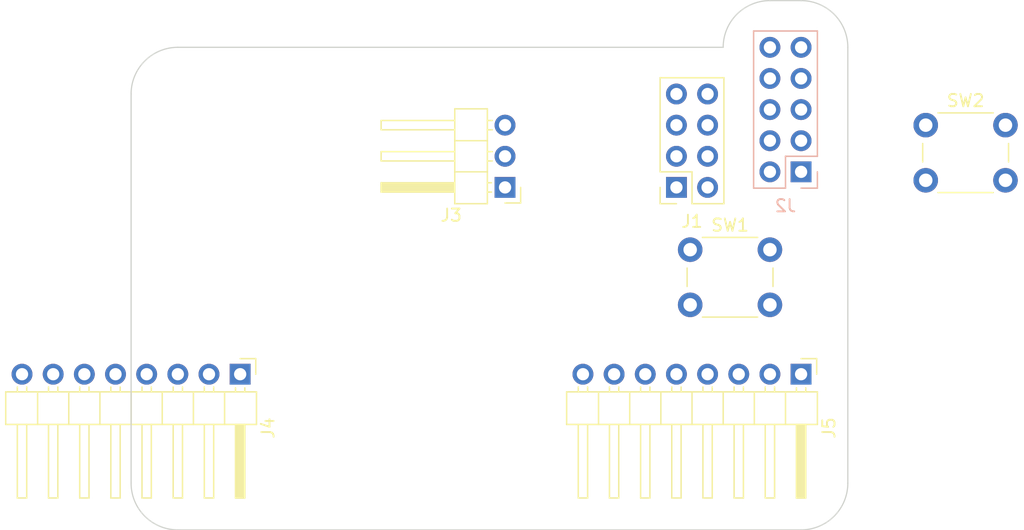
<source format=kicad_pcb>
(kicad_pcb (version 20171130) (host pcbnew 5.0.2+dfsg1-1)

  (general
    (thickness 1.6)
    (drawings 10)
    (tracks 0)
    (zones 0)
    (modules 7)
    (nets 14)
  )

  (page A4)
  (layers
    (0 F.Cu signal)
    (31 B.Cu signal)
    (32 B.Adhes user)
    (33 F.Adhes user)
    (34 B.Paste user)
    (35 F.Paste user)
    (36 B.SilkS user)
    (37 F.SilkS user)
    (38 B.Mask user)
    (39 F.Mask user)
    (40 Dwgs.User user)
    (41 Cmts.User user)
    (42 Eco1.User user)
    (43 Eco2.User user)
    (44 Edge.Cuts user)
    (45 Margin user)
    (46 B.CrtYd user)
    (47 F.CrtYd user)
    (48 B.Fab user hide)
    (49 F.Fab user hide)
  )

  (setup
    (last_trace_width 0.25)
    (trace_clearance 0.2)
    (zone_clearance 0.508)
    (zone_45_only no)
    (trace_min 0.2)
    (segment_width 0.2)
    (edge_width 0.1)
    (via_size 0.8)
    (via_drill 0.4)
    (via_min_size 0.4)
    (via_min_drill 0.3)
    (uvia_size 0.3)
    (uvia_drill 0.1)
    (uvias_allowed no)
    (uvia_min_size 0.2)
    (uvia_min_drill 0.1)
    (pcb_text_width 0.3)
    (pcb_text_size 1.5 1.5)
    (mod_edge_width 0.15)
    (mod_text_size 1 1)
    (mod_text_width 0.15)
    (pad_size 1.5 1.5)
    (pad_drill 0.6)
    (pad_to_mask_clearance 0)
    (aux_axis_origin 0 0)
    (visible_elements FFFFFF7F)
    (pcbplotparams
      (layerselection 0x010fc_ffffffff)
      (usegerberextensions false)
      (usegerberattributes false)
      (usegerberadvancedattributes false)
      (creategerberjobfile false)
      (excludeedgelayer true)
      (linewidth 0.100000)
      (plotframeref false)
      (viasonmask false)
      (mode 1)
      (useauxorigin false)
      (hpglpennumber 1)
      (hpglpenspeed 20)
      (hpglpendiameter 15.000000)
      (psnegative false)
      (psa4output false)
      (plotreference true)
      (plotvalue true)
      (plotinvisibletext false)
      (padsonsilk false)
      (subtractmaskfromsilk false)
      (outputformat 1)
      (mirror false)
      (drillshape 1)
      (scaleselection 1)
      (outputdirectory ""))
  )

  (net 0 "")
  (net 1 GND)
  (net 2 ESP_TX)
  (net 3 LED_OUT)
  (net 4 3V3)
  (net 5 BOOT_MODE)
  (net 6 RESET)
  (net 7 ESP_RX)
  (net 8 3D_MISO)
  (net 9 5V)
  (net 10 3D_SCK)
  (net 11 3D_MOSI)
  (net 12 3D_RESET)
  (net 13 3D_FAN)

  (net_class Default "Esta es la clase de red por defecto."
    (clearance 0.2)
    (trace_width 0.25)
    (via_dia 0.8)
    (via_drill 0.4)
    (uvia_dia 0.3)
    (uvia_drill 0.1)
    (add_net 3D_FAN)
    (add_net 3D_MISO)
    (add_net 3D_MOSI)
    (add_net 3D_RESET)
    (add_net 3D_SCK)
    (add_net 3V3)
    (add_net 5V)
    (add_net BOOT_MODE)
    (add_net ESP_RX)
    (add_net ESP_TX)
    (add_net GND)
    (add_net LED_OUT)
    (add_net RESET)
  )

  (module Connector_PinSocket_2.54mm:PinSocket_2x04_P2.54mm_Vertical (layer F.Cu) (tedit 5A19A422) (tstamp 5F98F8C4)
    (at 85.09 64.77 180)
    (descr "Through hole straight socket strip, 2x04, 2.54mm pitch, double cols (from Kicad 4.0.7), script generated")
    (tags "Through hole socket strip THT 2x04 2.54mm double row")
    (path /5F80773E)
    (fp_text reference J1 (at -1.27 -2.77 180) (layer F.SilkS)
      (effects (font (size 1 1) (thickness 0.15)))
    )
    (fp_text value Conn_02x04_Odd_Even (at -1.27 10.39 180) (layer F.Fab)
      (effects (font (size 1 1) (thickness 0.15)))
    )
    (fp_line (start -3.81 -1.27) (end 0.27 -1.27) (layer F.Fab) (width 0.1))
    (fp_line (start 0.27 -1.27) (end 1.27 -0.27) (layer F.Fab) (width 0.1))
    (fp_line (start 1.27 -0.27) (end 1.27 8.89) (layer F.Fab) (width 0.1))
    (fp_line (start 1.27 8.89) (end -3.81 8.89) (layer F.Fab) (width 0.1))
    (fp_line (start -3.81 8.89) (end -3.81 -1.27) (layer F.Fab) (width 0.1))
    (fp_line (start -3.87 -1.33) (end -1.27 -1.33) (layer F.SilkS) (width 0.12))
    (fp_line (start -3.87 -1.33) (end -3.87 8.95) (layer F.SilkS) (width 0.12))
    (fp_line (start -3.87 8.95) (end 1.33 8.95) (layer F.SilkS) (width 0.12))
    (fp_line (start 1.33 1.27) (end 1.33 8.95) (layer F.SilkS) (width 0.12))
    (fp_line (start -1.27 1.27) (end 1.33 1.27) (layer F.SilkS) (width 0.12))
    (fp_line (start -1.27 -1.33) (end -1.27 1.27) (layer F.SilkS) (width 0.12))
    (fp_line (start 1.33 -1.33) (end 1.33 0) (layer F.SilkS) (width 0.12))
    (fp_line (start 0 -1.33) (end 1.33 -1.33) (layer F.SilkS) (width 0.12))
    (fp_line (start -4.34 -1.8) (end 1.76 -1.8) (layer F.CrtYd) (width 0.05))
    (fp_line (start 1.76 -1.8) (end 1.76 9.4) (layer F.CrtYd) (width 0.05))
    (fp_line (start 1.76 9.4) (end -4.34 9.4) (layer F.CrtYd) (width 0.05))
    (fp_line (start -4.34 9.4) (end -4.34 -1.8) (layer F.CrtYd) (width 0.05))
    (fp_text user %R (at -1.27 3.81 270) (layer F.Fab)
      (effects (font (size 1 1) (thickness 0.15)))
    )
    (pad 1 thru_hole rect (at 0 0 180) (size 1.7 1.7) (drill 1) (layers *.Cu *.Mask)
      (net 1 GND))
    (pad 2 thru_hole oval (at -2.54 0 180) (size 1.7 1.7) (drill 1) (layers *.Cu *.Mask)
      (net 2 ESP_TX))
    (pad 3 thru_hole oval (at 0 2.54 180) (size 1.7 1.7) (drill 1) (layers *.Cu *.Mask)
      (net 3 LED_OUT))
    (pad 4 thru_hole oval (at -2.54 2.54 180) (size 1.7 1.7) (drill 1) (layers *.Cu *.Mask)
      (net 4 3V3))
    (pad 5 thru_hole oval (at 0 5.08 180) (size 1.7 1.7) (drill 1) (layers *.Cu *.Mask)
      (net 5 BOOT_MODE))
    (pad 6 thru_hole oval (at -2.54 5.08 180) (size 1.7 1.7) (drill 1) (layers *.Cu *.Mask)
      (net 6 RESET))
    (pad 7 thru_hole oval (at 0 7.62 180) (size 1.7 1.7) (drill 1) (layers *.Cu *.Mask)
      (net 7 ESP_RX))
    (pad 8 thru_hole oval (at -2.54 7.62 180) (size 1.7 1.7) (drill 1) (layers *.Cu *.Mask)
      (net 4 3V3))
    (model ${KISYS3DMOD}/Connector_PinSocket_2.54mm.3dshapes/PinSocket_2x04_P2.54mm_Vertical.wrl
      (at (xyz 0 0 0))
      (scale (xyz 1 1 1))
      (rotate (xyz 0 0 0))
    )
  )

  (module Connector_PinSocket_2.54mm:PinSocket_2x05_P2.54mm_Vertical (layer B.Cu) (tedit 5A19A42B) (tstamp 5F98F8E4)
    (at 95.25 63.5)
    (descr "Through hole straight socket strip, 2x05, 2.54mm pitch, double cols (from Kicad 4.0.7), script generated")
    (tags "Through hole socket strip THT 2x05 2.54mm double row")
    (path /5F808170)
    (fp_text reference J2 (at -1.27 2.77) (layer B.SilkS)
      (effects (font (size 1 1) (thickness 0.15)) (justify mirror))
    )
    (fp_text value Conn_02x05_Odd_Even (at -1.27 -12.93) (layer B.Fab)
      (effects (font (size 1 1) (thickness 0.15)) (justify mirror))
    )
    (fp_line (start -3.81 1.27) (end 0.27 1.27) (layer B.Fab) (width 0.1))
    (fp_line (start 0.27 1.27) (end 1.27 0.27) (layer B.Fab) (width 0.1))
    (fp_line (start 1.27 0.27) (end 1.27 -11.43) (layer B.Fab) (width 0.1))
    (fp_line (start 1.27 -11.43) (end -3.81 -11.43) (layer B.Fab) (width 0.1))
    (fp_line (start -3.81 -11.43) (end -3.81 1.27) (layer B.Fab) (width 0.1))
    (fp_line (start -3.87 1.33) (end -1.27 1.33) (layer B.SilkS) (width 0.12))
    (fp_line (start -3.87 1.33) (end -3.87 -11.49) (layer B.SilkS) (width 0.12))
    (fp_line (start -3.87 -11.49) (end 1.33 -11.49) (layer B.SilkS) (width 0.12))
    (fp_line (start 1.33 -1.27) (end 1.33 -11.49) (layer B.SilkS) (width 0.12))
    (fp_line (start -1.27 -1.27) (end 1.33 -1.27) (layer B.SilkS) (width 0.12))
    (fp_line (start -1.27 1.33) (end -1.27 -1.27) (layer B.SilkS) (width 0.12))
    (fp_line (start 1.33 1.33) (end 1.33 0) (layer B.SilkS) (width 0.12))
    (fp_line (start 0 1.33) (end 1.33 1.33) (layer B.SilkS) (width 0.12))
    (fp_line (start -4.34 1.8) (end 1.76 1.8) (layer B.CrtYd) (width 0.05))
    (fp_line (start 1.76 1.8) (end 1.76 -11.9) (layer B.CrtYd) (width 0.05))
    (fp_line (start 1.76 -11.9) (end -4.34 -11.9) (layer B.CrtYd) (width 0.05))
    (fp_line (start -4.34 -11.9) (end -4.34 1.8) (layer B.CrtYd) (width 0.05))
    (fp_text user %R (at -1.27 -5.08 -90) (layer B.Fab)
      (effects (font (size 1 1) (thickness 0.15)) (justify mirror))
    )
    (pad 1 thru_hole rect (at 0 0) (size 1.7 1.7) (drill 1) (layers *.Cu *.Mask)
      (net 2 ESP_TX))
    (pad 2 thru_hole oval (at -2.54 0) (size 1.7 1.7) (drill 1) (layers *.Cu *.Mask)
      (net 7 ESP_RX))
    (pad 3 thru_hole oval (at 0 -2.54) (size 1.7 1.7) (drill 1) (layers *.Cu *.Mask)
      (net 8 3D_MISO))
    (pad 4 thru_hole oval (at -2.54 -2.54) (size 1.7 1.7) (drill 1) (layers *.Cu *.Mask)
      (net 9 5V))
    (pad 5 thru_hole oval (at 0 -5.08) (size 1.7 1.7) (drill 1) (layers *.Cu *.Mask)
      (net 10 3D_SCK))
    (pad 6 thru_hole oval (at -2.54 -5.08) (size 1.7 1.7) (drill 1) (layers *.Cu *.Mask)
      (net 11 3D_MOSI))
    (pad 7 thru_hole oval (at 0 -7.62) (size 1.7 1.7) (drill 1) (layers *.Cu *.Mask)
      (net 12 3D_RESET))
    (pad 8 thru_hole oval (at -2.54 -7.62) (size 1.7 1.7) (drill 1) (layers *.Cu *.Mask)
      (net 1 GND))
    (pad 9 thru_hole oval (at 0 -10.16) (size 1.7 1.7) (drill 1) (layers *.Cu *.Mask)
      (net 13 3D_FAN))
    (pad 10 thru_hole oval (at -2.54 -10.16) (size 1.7 1.7) (drill 1) (layers *.Cu *.Mask)
      (net 4 3V3))
    (model ${KISYS3DMOD}/Connector_PinSocket_2.54mm.3dshapes/PinSocket_2x05_P2.54mm_Vertical.wrl
      (at (xyz 0 0 0))
      (scale (xyz 1 1 1))
      (rotate (xyz 0 0 0))
    )
  )

  (module Connector_PinHeader_2.54mm:PinHeader_1x08_P2.54mm_Horizontal (layer F.Cu) (tedit 59FED5CB) (tstamp 5F98F9D8)
    (at 95.25 80.01 270)
    (descr "Through hole angled pin header, 1x08, 2.54mm pitch, 6mm pin length, single row")
    (tags "Through hole angled pin header THT 1x08 2.54mm single row")
    (path /5F8086D5)
    (fp_text reference J5 (at 4.385 -2.27 270) (layer F.SilkS)
      (effects (font (size 1 1) (thickness 0.15)))
    )
    (fp_text value Conn_01x08 (at 4.385 20.05 270) (layer F.Fab)
      (effects (font (size 1 1) (thickness 0.15)))
    )
    (fp_text user %R (at 2.77 8.89) (layer F.Fab)
      (effects (font (size 1 1) (thickness 0.15)))
    )
    (fp_line (start 10.55 -1.8) (end -1.8 -1.8) (layer F.CrtYd) (width 0.05))
    (fp_line (start 10.55 19.55) (end 10.55 -1.8) (layer F.CrtYd) (width 0.05))
    (fp_line (start -1.8 19.55) (end 10.55 19.55) (layer F.CrtYd) (width 0.05))
    (fp_line (start -1.8 -1.8) (end -1.8 19.55) (layer F.CrtYd) (width 0.05))
    (fp_line (start -1.27 -1.27) (end 0 -1.27) (layer F.SilkS) (width 0.12))
    (fp_line (start -1.27 0) (end -1.27 -1.27) (layer F.SilkS) (width 0.12))
    (fp_line (start 1.042929 18.16) (end 1.44 18.16) (layer F.SilkS) (width 0.12))
    (fp_line (start 1.042929 17.4) (end 1.44 17.4) (layer F.SilkS) (width 0.12))
    (fp_line (start 10.1 18.16) (end 4.1 18.16) (layer F.SilkS) (width 0.12))
    (fp_line (start 10.1 17.4) (end 10.1 18.16) (layer F.SilkS) (width 0.12))
    (fp_line (start 4.1 17.4) (end 10.1 17.4) (layer F.SilkS) (width 0.12))
    (fp_line (start 1.44 16.51) (end 4.1 16.51) (layer F.SilkS) (width 0.12))
    (fp_line (start 1.042929 15.62) (end 1.44 15.62) (layer F.SilkS) (width 0.12))
    (fp_line (start 1.042929 14.86) (end 1.44 14.86) (layer F.SilkS) (width 0.12))
    (fp_line (start 10.1 15.62) (end 4.1 15.62) (layer F.SilkS) (width 0.12))
    (fp_line (start 10.1 14.86) (end 10.1 15.62) (layer F.SilkS) (width 0.12))
    (fp_line (start 4.1 14.86) (end 10.1 14.86) (layer F.SilkS) (width 0.12))
    (fp_line (start 1.44 13.97) (end 4.1 13.97) (layer F.SilkS) (width 0.12))
    (fp_line (start 1.042929 13.08) (end 1.44 13.08) (layer F.SilkS) (width 0.12))
    (fp_line (start 1.042929 12.32) (end 1.44 12.32) (layer F.SilkS) (width 0.12))
    (fp_line (start 10.1 13.08) (end 4.1 13.08) (layer F.SilkS) (width 0.12))
    (fp_line (start 10.1 12.32) (end 10.1 13.08) (layer F.SilkS) (width 0.12))
    (fp_line (start 4.1 12.32) (end 10.1 12.32) (layer F.SilkS) (width 0.12))
    (fp_line (start 1.44 11.43) (end 4.1 11.43) (layer F.SilkS) (width 0.12))
    (fp_line (start 1.042929 10.54) (end 1.44 10.54) (layer F.SilkS) (width 0.12))
    (fp_line (start 1.042929 9.78) (end 1.44 9.78) (layer F.SilkS) (width 0.12))
    (fp_line (start 10.1 10.54) (end 4.1 10.54) (layer F.SilkS) (width 0.12))
    (fp_line (start 10.1 9.78) (end 10.1 10.54) (layer F.SilkS) (width 0.12))
    (fp_line (start 4.1 9.78) (end 10.1 9.78) (layer F.SilkS) (width 0.12))
    (fp_line (start 1.44 8.89) (end 4.1 8.89) (layer F.SilkS) (width 0.12))
    (fp_line (start 1.042929 8) (end 1.44 8) (layer F.SilkS) (width 0.12))
    (fp_line (start 1.042929 7.24) (end 1.44 7.24) (layer F.SilkS) (width 0.12))
    (fp_line (start 10.1 8) (end 4.1 8) (layer F.SilkS) (width 0.12))
    (fp_line (start 10.1 7.24) (end 10.1 8) (layer F.SilkS) (width 0.12))
    (fp_line (start 4.1 7.24) (end 10.1 7.24) (layer F.SilkS) (width 0.12))
    (fp_line (start 1.44 6.35) (end 4.1 6.35) (layer F.SilkS) (width 0.12))
    (fp_line (start 1.042929 5.46) (end 1.44 5.46) (layer F.SilkS) (width 0.12))
    (fp_line (start 1.042929 4.7) (end 1.44 4.7) (layer F.SilkS) (width 0.12))
    (fp_line (start 10.1 5.46) (end 4.1 5.46) (layer F.SilkS) (width 0.12))
    (fp_line (start 10.1 4.7) (end 10.1 5.46) (layer F.SilkS) (width 0.12))
    (fp_line (start 4.1 4.7) (end 10.1 4.7) (layer F.SilkS) (width 0.12))
    (fp_line (start 1.44 3.81) (end 4.1 3.81) (layer F.SilkS) (width 0.12))
    (fp_line (start 1.042929 2.92) (end 1.44 2.92) (layer F.SilkS) (width 0.12))
    (fp_line (start 1.042929 2.16) (end 1.44 2.16) (layer F.SilkS) (width 0.12))
    (fp_line (start 10.1 2.92) (end 4.1 2.92) (layer F.SilkS) (width 0.12))
    (fp_line (start 10.1 2.16) (end 10.1 2.92) (layer F.SilkS) (width 0.12))
    (fp_line (start 4.1 2.16) (end 10.1 2.16) (layer F.SilkS) (width 0.12))
    (fp_line (start 1.44 1.27) (end 4.1 1.27) (layer F.SilkS) (width 0.12))
    (fp_line (start 1.11 0.38) (end 1.44 0.38) (layer F.SilkS) (width 0.12))
    (fp_line (start 1.11 -0.38) (end 1.44 -0.38) (layer F.SilkS) (width 0.12))
    (fp_line (start 4.1 0.28) (end 10.1 0.28) (layer F.SilkS) (width 0.12))
    (fp_line (start 4.1 0.16) (end 10.1 0.16) (layer F.SilkS) (width 0.12))
    (fp_line (start 4.1 0.04) (end 10.1 0.04) (layer F.SilkS) (width 0.12))
    (fp_line (start 4.1 -0.08) (end 10.1 -0.08) (layer F.SilkS) (width 0.12))
    (fp_line (start 4.1 -0.2) (end 10.1 -0.2) (layer F.SilkS) (width 0.12))
    (fp_line (start 4.1 -0.32) (end 10.1 -0.32) (layer F.SilkS) (width 0.12))
    (fp_line (start 10.1 0.38) (end 4.1 0.38) (layer F.SilkS) (width 0.12))
    (fp_line (start 10.1 -0.38) (end 10.1 0.38) (layer F.SilkS) (width 0.12))
    (fp_line (start 4.1 -0.38) (end 10.1 -0.38) (layer F.SilkS) (width 0.12))
    (fp_line (start 4.1 -1.33) (end 1.44 -1.33) (layer F.SilkS) (width 0.12))
    (fp_line (start 4.1 19.11) (end 4.1 -1.33) (layer F.SilkS) (width 0.12))
    (fp_line (start 1.44 19.11) (end 4.1 19.11) (layer F.SilkS) (width 0.12))
    (fp_line (start 1.44 -1.33) (end 1.44 19.11) (layer F.SilkS) (width 0.12))
    (fp_line (start 4.04 18.1) (end 10.04 18.1) (layer F.Fab) (width 0.1))
    (fp_line (start 10.04 17.46) (end 10.04 18.1) (layer F.Fab) (width 0.1))
    (fp_line (start 4.04 17.46) (end 10.04 17.46) (layer F.Fab) (width 0.1))
    (fp_line (start -0.32 18.1) (end 1.5 18.1) (layer F.Fab) (width 0.1))
    (fp_line (start -0.32 17.46) (end -0.32 18.1) (layer F.Fab) (width 0.1))
    (fp_line (start -0.32 17.46) (end 1.5 17.46) (layer F.Fab) (width 0.1))
    (fp_line (start 4.04 15.56) (end 10.04 15.56) (layer F.Fab) (width 0.1))
    (fp_line (start 10.04 14.92) (end 10.04 15.56) (layer F.Fab) (width 0.1))
    (fp_line (start 4.04 14.92) (end 10.04 14.92) (layer F.Fab) (width 0.1))
    (fp_line (start -0.32 15.56) (end 1.5 15.56) (layer F.Fab) (width 0.1))
    (fp_line (start -0.32 14.92) (end -0.32 15.56) (layer F.Fab) (width 0.1))
    (fp_line (start -0.32 14.92) (end 1.5 14.92) (layer F.Fab) (width 0.1))
    (fp_line (start 4.04 13.02) (end 10.04 13.02) (layer F.Fab) (width 0.1))
    (fp_line (start 10.04 12.38) (end 10.04 13.02) (layer F.Fab) (width 0.1))
    (fp_line (start 4.04 12.38) (end 10.04 12.38) (layer F.Fab) (width 0.1))
    (fp_line (start -0.32 13.02) (end 1.5 13.02) (layer F.Fab) (width 0.1))
    (fp_line (start -0.32 12.38) (end -0.32 13.02) (layer F.Fab) (width 0.1))
    (fp_line (start -0.32 12.38) (end 1.5 12.38) (layer F.Fab) (width 0.1))
    (fp_line (start 4.04 10.48) (end 10.04 10.48) (layer F.Fab) (width 0.1))
    (fp_line (start 10.04 9.84) (end 10.04 10.48) (layer F.Fab) (width 0.1))
    (fp_line (start 4.04 9.84) (end 10.04 9.84) (layer F.Fab) (width 0.1))
    (fp_line (start -0.32 10.48) (end 1.5 10.48) (layer F.Fab) (width 0.1))
    (fp_line (start -0.32 9.84) (end -0.32 10.48) (layer F.Fab) (width 0.1))
    (fp_line (start -0.32 9.84) (end 1.5 9.84) (layer F.Fab) (width 0.1))
    (fp_line (start 4.04 7.94) (end 10.04 7.94) (layer F.Fab) (width 0.1))
    (fp_line (start 10.04 7.3) (end 10.04 7.94) (layer F.Fab) (width 0.1))
    (fp_line (start 4.04 7.3) (end 10.04 7.3) (layer F.Fab) (width 0.1))
    (fp_line (start -0.32 7.94) (end 1.5 7.94) (layer F.Fab) (width 0.1))
    (fp_line (start -0.32 7.3) (end -0.32 7.94) (layer F.Fab) (width 0.1))
    (fp_line (start -0.32 7.3) (end 1.5 7.3) (layer F.Fab) (width 0.1))
    (fp_line (start 4.04 5.4) (end 10.04 5.4) (layer F.Fab) (width 0.1))
    (fp_line (start 10.04 4.76) (end 10.04 5.4) (layer F.Fab) (width 0.1))
    (fp_line (start 4.04 4.76) (end 10.04 4.76) (layer F.Fab) (width 0.1))
    (fp_line (start -0.32 5.4) (end 1.5 5.4) (layer F.Fab) (width 0.1))
    (fp_line (start -0.32 4.76) (end -0.32 5.4) (layer F.Fab) (width 0.1))
    (fp_line (start -0.32 4.76) (end 1.5 4.76) (layer F.Fab) (width 0.1))
    (fp_line (start 4.04 2.86) (end 10.04 2.86) (layer F.Fab) (width 0.1))
    (fp_line (start 10.04 2.22) (end 10.04 2.86) (layer F.Fab) (width 0.1))
    (fp_line (start 4.04 2.22) (end 10.04 2.22) (layer F.Fab) (width 0.1))
    (fp_line (start -0.32 2.86) (end 1.5 2.86) (layer F.Fab) (width 0.1))
    (fp_line (start -0.32 2.22) (end -0.32 2.86) (layer F.Fab) (width 0.1))
    (fp_line (start -0.32 2.22) (end 1.5 2.22) (layer F.Fab) (width 0.1))
    (fp_line (start 4.04 0.32) (end 10.04 0.32) (layer F.Fab) (width 0.1))
    (fp_line (start 10.04 -0.32) (end 10.04 0.32) (layer F.Fab) (width 0.1))
    (fp_line (start 4.04 -0.32) (end 10.04 -0.32) (layer F.Fab) (width 0.1))
    (fp_line (start -0.32 0.32) (end 1.5 0.32) (layer F.Fab) (width 0.1))
    (fp_line (start -0.32 -0.32) (end -0.32 0.32) (layer F.Fab) (width 0.1))
    (fp_line (start -0.32 -0.32) (end 1.5 -0.32) (layer F.Fab) (width 0.1))
    (fp_line (start 1.5 -0.635) (end 2.135 -1.27) (layer F.Fab) (width 0.1))
    (fp_line (start 1.5 19.05) (end 1.5 -0.635) (layer F.Fab) (width 0.1))
    (fp_line (start 4.04 19.05) (end 1.5 19.05) (layer F.Fab) (width 0.1))
    (fp_line (start 4.04 -1.27) (end 4.04 19.05) (layer F.Fab) (width 0.1))
    (fp_line (start 2.135 -1.27) (end 4.04 -1.27) (layer F.Fab) (width 0.1))
    (pad 8 thru_hole oval (at 0 17.78 270) (size 1.7 1.7) (drill 1) (layers *.Cu *.Mask)
      (net 13 3D_FAN))
    (pad 7 thru_hole oval (at 0 15.24 270) (size 1.7 1.7) (drill 1) (layers *.Cu *.Mask)
      (net 12 3D_RESET))
    (pad 6 thru_hole oval (at 0 12.7 270) (size 1.7 1.7) (drill 1) (layers *.Cu *.Mask)
      (net 11 3D_MOSI))
    (pad 5 thru_hole oval (at 0 10.16 270) (size 1.7 1.7) (drill 1) (layers *.Cu *.Mask)
      (net 8 3D_MISO))
    (pad 4 thru_hole oval (at 0 7.62 270) (size 1.7 1.7) (drill 1) (layers *.Cu *.Mask)
      (net 10 3D_SCK))
    (pad 3 thru_hole oval (at 0 5.08 270) (size 1.7 1.7) (drill 1) (layers *.Cu *.Mask)
      (net 9 5V))
    (pad 2 thru_hole oval (at 0 2.54 270) (size 1.7 1.7) (drill 1) (layers *.Cu *.Mask)
      (net 4 3V3))
    (pad 1 thru_hole rect (at 0 0 270) (size 1.7 1.7) (drill 1) (layers *.Cu *.Mask)
      (net 1 GND))
    (model ${KISYS3DMOD}/Connector_PinHeader_2.54mm.3dshapes/PinHeader_1x08_P2.54mm_Horizontal.wrl
      (at (xyz 0 0 0))
      (scale (xyz 1 1 1))
      (rotate (xyz 0 0 0))
    )
  )

  (module esp3d_anet:SW_PUSH_6mm_Opposite (layer F.Cu) (tedit 5F808971) (tstamp 5F98FA78)
    (at 86.21 69.85)
    (descr https://www.omron.com/ecb/products/pdf/en-b3f.pdf)
    (tags "tact sw push 6mm")
    (path /5F80B3FE)
    (fp_text reference SW1 (at 3.25 -2) (layer F.SilkS)
      (effects (font (size 1 1) (thickness 0.15)))
    )
    (fp_text value SW_Push (at 3.75 6.7) (layer F.Fab)
      (effects (font (size 1 1) (thickness 0.15)))
    )
    (fp_text user %R (at 3.25 2.25) (layer F.Fab)
      (effects (font (size 1 1) (thickness 0.15)))
    )
    (fp_line (start 3.25 -0.75) (end 6.25 -0.75) (layer F.Fab) (width 0.1))
    (fp_line (start 6.25 -0.75) (end 6.25 5.25) (layer F.Fab) (width 0.1))
    (fp_line (start 6.25 5.25) (end 0.25 5.25) (layer F.Fab) (width 0.1))
    (fp_line (start 0.25 5.25) (end 0.25 -0.75) (layer F.Fab) (width 0.1))
    (fp_line (start 0.25 -0.75) (end 3.25 -0.75) (layer F.Fab) (width 0.1))
    (fp_line (start 7.75 6) (end 8 6) (layer F.CrtYd) (width 0.05))
    (fp_line (start 8 6) (end 8 5.75) (layer F.CrtYd) (width 0.05))
    (fp_line (start 7.75 -1.5) (end 8 -1.5) (layer F.CrtYd) (width 0.05))
    (fp_line (start 8 -1.5) (end 8 -1.25) (layer F.CrtYd) (width 0.05))
    (fp_line (start -1.5 -1.25) (end -1.5 -1.5) (layer F.CrtYd) (width 0.05))
    (fp_line (start -1.5 -1.5) (end -1.25 -1.5) (layer F.CrtYd) (width 0.05))
    (fp_line (start -1.5 5.75) (end -1.5 6) (layer F.CrtYd) (width 0.05))
    (fp_line (start -1.5 6) (end -1.25 6) (layer F.CrtYd) (width 0.05))
    (fp_line (start -1.25 -1.5) (end 7.75 -1.5) (layer F.CrtYd) (width 0.05))
    (fp_line (start -1.5 5.75) (end -1.5 -1.25) (layer F.CrtYd) (width 0.05))
    (fp_line (start 7.75 6) (end -1.25 6) (layer F.CrtYd) (width 0.05))
    (fp_line (start 8 -1.25) (end 8 5.75) (layer F.CrtYd) (width 0.05))
    (fp_line (start 1 5.5) (end 5.5 5.5) (layer F.SilkS) (width 0.12))
    (fp_line (start -0.25 1.5) (end -0.25 3) (layer F.SilkS) (width 0.12))
    (fp_line (start 5.5 -1) (end 1 -1) (layer F.SilkS) (width 0.12))
    (fp_line (start 6.75 3) (end 6.75 1.5) (layer F.SilkS) (width 0.12))
    (fp_circle (center 3.25 2.25) (end 1.25 2.5) (layer F.Fab) (width 0.1))
    (pad 4 thru_hole circle (at 0 4.5 90) (size 2 2) (drill 1.1) (layers *.Cu *.Mask))
    (pad 1 thru_hole circle (at 0 0 90) (size 2 2) (drill 1.1) (layers *.Cu *.Mask)
      (net 1 GND))
    (pad 2 thru_hole circle (at 6.5 4.5 90) (size 2 2) (drill 1.1) (layers *.Cu *.Mask)
      (net 5 BOOT_MODE))
    (pad 3 thru_hole circle (at 6.5 0 90) (size 2 2) (drill 1.1) (layers *.Cu *.Mask))
    (model ${KISYS3DMOD}/Button_Switch_THT.3dshapes/SW_PUSH_6mm.wrl
      (at (xyz 0 0 0))
      (scale (xyz 1 1 1))
      (rotate (xyz 0 0 0))
    )
  )

  (module Connector_PinHeader_2.54mm:PinHeader_1x03_P2.54mm_Horizontal (layer F.Cu) (tedit 59FED5CB) (tstamp 5FA5107B)
    (at 71.12 64.77 180)
    (descr "Through hole angled pin header, 1x03, 2.54mm pitch, 6mm pin length, single row")
    (tags "Through hole angled pin header THT 1x03 2.54mm single row")
    (path /5F807EFB)
    (fp_text reference J3 (at 4.385 -2.27 180) (layer F.SilkS)
      (effects (font (size 1 1) (thickness 0.15)))
    )
    (fp_text value Conn_01x03 (at 4.385 7.35 180) (layer F.Fab)
      (effects (font (size 1 1) (thickness 0.15)))
    )
    (fp_line (start 2.135 -1.27) (end 4.04 -1.27) (layer F.Fab) (width 0.1))
    (fp_line (start 4.04 -1.27) (end 4.04 6.35) (layer F.Fab) (width 0.1))
    (fp_line (start 4.04 6.35) (end 1.5 6.35) (layer F.Fab) (width 0.1))
    (fp_line (start 1.5 6.35) (end 1.5 -0.635) (layer F.Fab) (width 0.1))
    (fp_line (start 1.5 -0.635) (end 2.135 -1.27) (layer F.Fab) (width 0.1))
    (fp_line (start -0.32 -0.32) (end 1.5 -0.32) (layer F.Fab) (width 0.1))
    (fp_line (start -0.32 -0.32) (end -0.32 0.32) (layer F.Fab) (width 0.1))
    (fp_line (start -0.32 0.32) (end 1.5 0.32) (layer F.Fab) (width 0.1))
    (fp_line (start 4.04 -0.32) (end 10.04 -0.32) (layer F.Fab) (width 0.1))
    (fp_line (start 10.04 -0.32) (end 10.04 0.32) (layer F.Fab) (width 0.1))
    (fp_line (start 4.04 0.32) (end 10.04 0.32) (layer F.Fab) (width 0.1))
    (fp_line (start -0.32 2.22) (end 1.5 2.22) (layer F.Fab) (width 0.1))
    (fp_line (start -0.32 2.22) (end -0.32 2.86) (layer F.Fab) (width 0.1))
    (fp_line (start -0.32 2.86) (end 1.5 2.86) (layer F.Fab) (width 0.1))
    (fp_line (start 4.04 2.22) (end 10.04 2.22) (layer F.Fab) (width 0.1))
    (fp_line (start 10.04 2.22) (end 10.04 2.86) (layer F.Fab) (width 0.1))
    (fp_line (start 4.04 2.86) (end 10.04 2.86) (layer F.Fab) (width 0.1))
    (fp_line (start -0.32 4.76) (end 1.5 4.76) (layer F.Fab) (width 0.1))
    (fp_line (start -0.32 4.76) (end -0.32 5.4) (layer F.Fab) (width 0.1))
    (fp_line (start -0.32 5.4) (end 1.5 5.4) (layer F.Fab) (width 0.1))
    (fp_line (start 4.04 4.76) (end 10.04 4.76) (layer F.Fab) (width 0.1))
    (fp_line (start 10.04 4.76) (end 10.04 5.4) (layer F.Fab) (width 0.1))
    (fp_line (start 4.04 5.4) (end 10.04 5.4) (layer F.Fab) (width 0.1))
    (fp_line (start 1.44 -1.33) (end 1.44 6.41) (layer F.SilkS) (width 0.12))
    (fp_line (start 1.44 6.41) (end 4.1 6.41) (layer F.SilkS) (width 0.12))
    (fp_line (start 4.1 6.41) (end 4.1 -1.33) (layer F.SilkS) (width 0.12))
    (fp_line (start 4.1 -1.33) (end 1.44 -1.33) (layer F.SilkS) (width 0.12))
    (fp_line (start 4.1 -0.38) (end 10.1 -0.38) (layer F.SilkS) (width 0.12))
    (fp_line (start 10.1 -0.38) (end 10.1 0.38) (layer F.SilkS) (width 0.12))
    (fp_line (start 10.1 0.38) (end 4.1 0.38) (layer F.SilkS) (width 0.12))
    (fp_line (start 4.1 -0.32) (end 10.1 -0.32) (layer F.SilkS) (width 0.12))
    (fp_line (start 4.1 -0.2) (end 10.1 -0.2) (layer F.SilkS) (width 0.12))
    (fp_line (start 4.1 -0.08) (end 10.1 -0.08) (layer F.SilkS) (width 0.12))
    (fp_line (start 4.1 0.04) (end 10.1 0.04) (layer F.SilkS) (width 0.12))
    (fp_line (start 4.1 0.16) (end 10.1 0.16) (layer F.SilkS) (width 0.12))
    (fp_line (start 4.1 0.28) (end 10.1 0.28) (layer F.SilkS) (width 0.12))
    (fp_line (start 1.11 -0.38) (end 1.44 -0.38) (layer F.SilkS) (width 0.12))
    (fp_line (start 1.11 0.38) (end 1.44 0.38) (layer F.SilkS) (width 0.12))
    (fp_line (start 1.44 1.27) (end 4.1 1.27) (layer F.SilkS) (width 0.12))
    (fp_line (start 4.1 2.16) (end 10.1 2.16) (layer F.SilkS) (width 0.12))
    (fp_line (start 10.1 2.16) (end 10.1 2.92) (layer F.SilkS) (width 0.12))
    (fp_line (start 10.1 2.92) (end 4.1 2.92) (layer F.SilkS) (width 0.12))
    (fp_line (start 1.042929 2.16) (end 1.44 2.16) (layer F.SilkS) (width 0.12))
    (fp_line (start 1.042929 2.92) (end 1.44 2.92) (layer F.SilkS) (width 0.12))
    (fp_line (start 1.44 3.81) (end 4.1 3.81) (layer F.SilkS) (width 0.12))
    (fp_line (start 4.1 4.7) (end 10.1 4.7) (layer F.SilkS) (width 0.12))
    (fp_line (start 10.1 4.7) (end 10.1 5.46) (layer F.SilkS) (width 0.12))
    (fp_line (start 10.1 5.46) (end 4.1 5.46) (layer F.SilkS) (width 0.12))
    (fp_line (start 1.042929 4.7) (end 1.44 4.7) (layer F.SilkS) (width 0.12))
    (fp_line (start 1.042929 5.46) (end 1.44 5.46) (layer F.SilkS) (width 0.12))
    (fp_line (start -1.27 0) (end -1.27 -1.27) (layer F.SilkS) (width 0.12))
    (fp_line (start -1.27 -1.27) (end 0 -1.27) (layer F.SilkS) (width 0.12))
    (fp_line (start -1.8 -1.8) (end -1.8 6.85) (layer F.CrtYd) (width 0.05))
    (fp_line (start -1.8 6.85) (end 10.55 6.85) (layer F.CrtYd) (width 0.05))
    (fp_line (start 10.55 6.85) (end 10.55 -1.8) (layer F.CrtYd) (width 0.05))
    (fp_line (start 10.55 -1.8) (end -1.8 -1.8) (layer F.CrtYd) (width 0.05))
    (fp_text user %R (at 2.77 2.54 270) (layer F.Fab)
      (effects (font (size 1 1) (thickness 0.15)))
    )
    (pad 1 thru_hole rect (at 0 0 180) (size 1.7 1.7) (drill 1) (layers *.Cu *.Mask)
      (net 1 GND))
    (pad 2 thru_hole oval (at 0 2.54 180) (size 1.7 1.7) (drill 1) (layers *.Cu *.Mask)
      (net 3 LED_OUT))
    (pad 3 thru_hole oval (at 0 5.08 180) (size 1.7 1.7) (drill 1) (layers *.Cu *.Mask)
      (net 9 5V))
    (model ${KISYS3DMOD}/Connector_PinHeader_2.54mm.3dshapes/PinHeader_1x03_P2.54mm_Horizontal.wrl
      (at (xyz 0 0 0))
      (scale (xyz 1 1 1))
      (rotate (xyz 0 0 0))
    )
  )

  (module Connector_PinHeader_2.54mm:PinHeader_1x08_P2.54mm_Horizontal (layer F.Cu) (tedit 59FED5CB) (tstamp 5FA510BA)
    (at 49.53 80.01 270)
    (descr "Through hole angled pin header, 1x08, 2.54mm pitch, 6mm pin length, single row")
    (tags "Through hole angled pin header THT 1x08 2.54mm single row")
    (path /5F807A87)
    (fp_text reference J4 (at 4.385 -2.27 270) (layer F.SilkS)
      (effects (font (size 1 1) (thickness 0.15)))
    )
    (fp_text value Conn_01x08 (at 4.385 20.05 270) (layer F.Fab)
      (effects (font (size 1 1) (thickness 0.15)))
    )
    (fp_line (start 2.135 -1.27) (end 4.04 -1.27) (layer F.Fab) (width 0.1))
    (fp_line (start 4.04 -1.27) (end 4.04 19.05) (layer F.Fab) (width 0.1))
    (fp_line (start 4.04 19.05) (end 1.5 19.05) (layer F.Fab) (width 0.1))
    (fp_line (start 1.5 19.05) (end 1.5 -0.635) (layer F.Fab) (width 0.1))
    (fp_line (start 1.5 -0.635) (end 2.135 -1.27) (layer F.Fab) (width 0.1))
    (fp_line (start -0.32 -0.32) (end 1.5 -0.32) (layer F.Fab) (width 0.1))
    (fp_line (start -0.32 -0.32) (end -0.32 0.32) (layer F.Fab) (width 0.1))
    (fp_line (start -0.32 0.32) (end 1.5 0.32) (layer F.Fab) (width 0.1))
    (fp_line (start 4.04 -0.32) (end 10.04 -0.32) (layer F.Fab) (width 0.1))
    (fp_line (start 10.04 -0.32) (end 10.04 0.32) (layer F.Fab) (width 0.1))
    (fp_line (start 4.04 0.32) (end 10.04 0.32) (layer F.Fab) (width 0.1))
    (fp_line (start -0.32 2.22) (end 1.5 2.22) (layer F.Fab) (width 0.1))
    (fp_line (start -0.32 2.22) (end -0.32 2.86) (layer F.Fab) (width 0.1))
    (fp_line (start -0.32 2.86) (end 1.5 2.86) (layer F.Fab) (width 0.1))
    (fp_line (start 4.04 2.22) (end 10.04 2.22) (layer F.Fab) (width 0.1))
    (fp_line (start 10.04 2.22) (end 10.04 2.86) (layer F.Fab) (width 0.1))
    (fp_line (start 4.04 2.86) (end 10.04 2.86) (layer F.Fab) (width 0.1))
    (fp_line (start -0.32 4.76) (end 1.5 4.76) (layer F.Fab) (width 0.1))
    (fp_line (start -0.32 4.76) (end -0.32 5.4) (layer F.Fab) (width 0.1))
    (fp_line (start -0.32 5.4) (end 1.5 5.4) (layer F.Fab) (width 0.1))
    (fp_line (start 4.04 4.76) (end 10.04 4.76) (layer F.Fab) (width 0.1))
    (fp_line (start 10.04 4.76) (end 10.04 5.4) (layer F.Fab) (width 0.1))
    (fp_line (start 4.04 5.4) (end 10.04 5.4) (layer F.Fab) (width 0.1))
    (fp_line (start -0.32 7.3) (end 1.5 7.3) (layer F.Fab) (width 0.1))
    (fp_line (start -0.32 7.3) (end -0.32 7.94) (layer F.Fab) (width 0.1))
    (fp_line (start -0.32 7.94) (end 1.5 7.94) (layer F.Fab) (width 0.1))
    (fp_line (start 4.04 7.3) (end 10.04 7.3) (layer F.Fab) (width 0.1))
    (fp_line (start 10.04 7.3) (end 10.04 7.94) (layer F.Fab) (width 0.1))
    (fp_line (start 4.04 7.94) (end 10.04 7.94) (layer F.Fab) (width 0.1))
    (fp_line (start -0.32 9.84) (end 1.5 9.84) (layer F.Fab) (width 0.1))
    (fp_line (start -0.32 9.84) (end -0.32 10.48) (layer F.Fab) (width 0.1))
    (fp_line (start -0.32 10.48) (end 1.5 10.48) (layer F.Fab) (width 0.1))
    (fp_line (start 4.04 9.84) (end 10.04 9.84) (layer F.Fab) (width 0.1))
    (fp_line (start 10.04 9.84) (end 10.04 10.48) (layer F.Fab) (width 0.1))
    (fp_line (start 4.04 10.48) (end 10.04 10.48) (layer F.Fab) (width 0.1))
    (fp_line (start -0.32 12.38) (end 1.5 12.38) (layer F.Fab) (width 0.1))
    (fp_line (start -0.32 12.38) (end -0.32 13.02) (layer F.Fab) (width 0.1))
    (fp_line (start -0.32 13.02) (end 1.5 13.02) (layer F.Fab) (width 0.1))
    (fp_line (start 4.04 12.38) (end 10.04 12.38) (layer F.Fab) (width 0.1))
    (fp_line (start 10.04 12.38) (end 10.04 13.02) (layer F.Fab) (width 0.1))
    (fp_line (start 4.04 13.02) (end 10.04 13.02) (layer F.Fab) (width 0.1))
    (fp_line (start -0.32 14.92) (end 1.5 14.92) (layer F.Fab) (width 0.1))
    (fp_line (start -0.32 14.92) (end -0.32 15.56) (layer F.Fab) (width 0.1))
    (fp_line (start -0.32 15.56) (end 1.5 15.56) (layer F.Fab) (width 0.1))
    (fp_line (start 4.04 14.92) (end 10.04 14.92) (layer F.Fab) (width 0.1))
    (fp_line (start 10.04 14.92) (end 10.04 15.56) (layer F.Fab) (width 0.1))
    (fp_line (start 4.04 15.56) (end 10.04 15.56) (layer F.Fab) (width 0.1))
    (fp_line (start -0.32 17.46) (end 1.5 17.46) (layer F.Fab) (width 0.1))
    (fp_line (start -0.32 17.46) (end -0.32 18.1) (layer F.Fab) (width 0.1))
    (fp_line (start -0.32 18.1) (end 1.5 18.1) (layer F.Fab) (width 0.1))
    (fp_line (start 4.04 17.46) (end 10.04 17.46) (layer F.Fab) (width 0.1))
    (fp_line (start 10.04 17.46) (end 10.04 18.1) (layer F.Fab) (width 0.1))
    (fp_line (start 4.04 18.1) (end 10.04 18.1) (layer F.Fab) (width 0.1))
    (fp_line (start 1.44 -1.33) (end 1.44 19.11) (layer F.SilkS) (width 0.12))
    (fp_line (start 1.44 19.11) (end 4.1 19.11) (layer F.SilkS) (width 0.12))
    (fp_line (start 4.1 19.11) (end 4.1 -1.33) (layer F.SilkS) (width 0.12))
    (fp_line (start 4.1 -1.33) (end 1.44 -1.33) (layer F.SilkS) (width 0.12))
    (fp_line (start 4.1 -0.38) (end 10.1 -0.38) (layer F.SilkS) (width 0.12))
    (fp_line (start 10.1 -0.38) (end 10.1 0.38) (layer F.SilkS) (width 0.12))
    (fp_line (start 10.1 0.38) (end 4.1 0.38) (layer F.SilkS) (width 0.12))
    (fp_line (start 4.1 -0.32) (end 10.1 -0.32) (layer F.SilkS) (width 0.12))
    (fp_line (start 4.1 -0.2) (end 10.1 -0.2) (layer F.SilkS) (width 0.12))
    (fp_line (start 4.1 -0.08) (end 10.1 -0.08) (layer F.SilkS) (width 0.12))
    (fp_line (start 4.1 0.04) (end 10.1 0.04) (layer F.SilkS) (width 0.12))
    (fp_line (start 4.1 0.16) (end 10.1 0.16) (layer F.SilkS) (width 0.12))
    (fp_line (start 4.1 0.28) (end 10.1 0.28) (layer F.SilkS) (width 0.12))
    (fp_line (start 1.11 -0.38) (end 1.44 -0.38) (layer F.SilkS) (width 0.12))
    (fp_line (start 1.11 0.38) (end 1.44 0.38) (layer F.SilkS) (width 0.12))
    (fp_line (start 1.44 1.27) (end 4.1 1.27) (layer F.SilkS) (width 0.12))
    (fp_line (start 4.1 2.16) (end 10.1 2.16) (layer F.SilkS) (width 0.12))
    (fp_line (start 10.1 2.16) (end 10.1 2.92) (layer F.SilkS) (width 0.12))
    (fp_line (start 10.1 2.92) (end 4.1 2.92) (layer F.SilkS) (width 0.12))
    (fp_line (start 1.042929 2.16) (end 1.44 2.16) (layer F.SilkS) (width 0.12))
    (fp_line (start 1.042929 2.92) (end 1.44 2.92) (layer F.SilkS) (width 0.12))
    (fp_line (start 1.44 3.81) (end 4.1 3.81) (layer F.SilkS) (width 0.12))
    (fp_line (start 4.1 4.7) (end 10.1 4.7) (layer F.SilkS) (width 0.12))
    (fp_line (start 10.1 4.7) (end 10.1 5.46) (layer F.SilkS) (width 0.12))
    (fp_line (start 10.1 5.46) (end 4.1 5.46) (layer F.SilkS) (width 0.12))
    (fp_line (start 1.042929 4.7) (end 1.44 4.7) (layer F.SilkS) (width 0.12))
    (fp_line (start 1.042929 5.46) (end 1.44 5.46) (layer F.SilkS) (width 0.12))
    (fp_line (start 1.44 6.35) (end 4.1 6.35) (layer F.SilkS) (width 0.12))
    (fp_line (start 4.1 7.24) (end 10.1 7.24) (layer F.SilkS) (width 0.12))
    (fp_line (start 10.1 7.24) (end 10.1 8) (layer F.SilkS) (width 0.12))
    (fp_line (start 10.1 8) (end 4.1 8) (layer F.SilkS) (width 0.12))
    (fp_line (start 1.042929 7.24) (end 1.44 7.24) (layer F.SilkS) (width 0.12))
    (fp_line (start 1.042929 8) (end 1.44 8) (layer F.SilkS) (width 0.12))
    (fp_line (start 1.44 8.89) (end 4.1 8.89) (layer F.SilkS) (width 0.12))
    (fp_line (start 4.1 9.78) (end 10.1 9.78) (layer F.SilkS) (width 0.12))
    (fp_line (start 10.1 9.78) (end 10.1 10.54) (layer F.SilkS) (width 0.12))
    (fp_line (start 10.1 10.54) (end 4.1 10.54) (layer F.SilkS) (width 0.12))
    (fp_line (start 1.042929 9.78) (end 1.44 9.78) (layer F.SilkS) (width 0.12))
    (fp_line (start 1.042929 10.54) (end 1.44 10.54) (layer F.SilkS) (width 0.12))
    (fp_line (start 1.44 11.43) (end 4.1 11.43) (layer F.SilkS) (width 0.12))
    (fp_line (start 4.1 12.32) (end 10.1 12.32) (layer F.SilkS) (width 0.12))
    (fp_line (start 10.1 12.32) (end 10.1 13.08) (layer F.SilkS) (width 0.12))
    (fp_line (start 10.1 13.08) (end 4.1 13.08) (layer F.SilkS) (width 0.12))
    (fp_line (start 1.042929 12.32) (end 1.44 12.32) (layer F.SilkS) (width 0.12))
    (fp_line (start 1.042929 13.08) (end 1.44 13.08) (layer F.SilkS) (width 0.12))
    (fp_line (start 1.44 13.97) (end 4.1 13.97) (layer F.SilkS) (width 0.12))
    (fp_line (start 4.1 14.86) (end 10.1 14.86) (layer F.SilkS) (width 0.12))
    (fp_line (start 10.1 14.86) (end 10.1 15.62) (layer F.SilkS) (width 0.12))
    (fp_line (start 10.1 15.62) (end 4.1 15.62) (layer F.SilkS) (width 0.12))
    (fp_line (start 1.042929 14.86) (end 1.44 14.86) (layer F.SilkS) (width 0.12))
    (fp_line (start 1.042929 15.62) (end 1.44 15.62) (layer F.SilkS) (width 0.12))
    (fp_line (start 1.44 16.51) (end 4.1 16.51) (layer F.SilkS) (width 0.12))
    (fp_line (start 4.1 17.4) (end 10.1 17.4) (layer F.SilkS) (width 0.12))
    (fp_line (start 10.1 17.4) (end 10.1 18.16) (layer F.SilkS) (width 0.12))
    (fp_line (start 10.1 18.16) (end 4.1 18.16) (layer F.SilkS) (width 0.12))
    (fp_line (start 1.042929 17.4) (end 1.44 17.4) (layer F.SilkS) (width 0.12))
    (fp_line (start 1.042929 18.16) (end 1.44 18.16) (layer F.SilkS) (width 0.12))
    (fp_line (start -1.27 0) (end -1.27 -1.27) (layer F.SilkS) (width 0.12))
    (fp_line (start -1.27 -1.27) (end 0 -1.27) (layer F.SilkS) (width 0.12))
    (fp_line (start -1.8 -1.8) (end -1.8 19.55) (layer F.CrtYd) (width 0.05))
    (fp_line (start -1.8 19.55) (end 10.55 19.55) (layer F.CrtYd) (width 0.05))
    (fp_line (start 10.55 19.55) (end 10.55 -1.8) (layer F.CrtYd) (width 0.05))
    (fp_line (start 10.55 -1.8) (end -1.8 -1.8) (layer F.CrtYd) (width 0.05))
    (fp_text user %R (at 2.77 8.89) (layer F.Fab)
      (effects (font (size 1 1) (thickness 0.15)))
    )
    (pad 1 thru_hole rect (at 0 0 270) (size 1.7 1.7) (drill 1) (layers *.Cu *.Mask)
      (net 1 GND))
    (pad 2 thru_hole oval (at 0 2.54 270) (size 1.7 1.7) (drill 1) (layers *.Cu *.Mask)
      (net 4 3V3))
    (pad 3 thru_hole oval (at 0 5.08 270) (size 1.7 1.7) (drill 1) (layers *.Cu *.Mask)
      (net 9 5V))
    (pad 4 thru_hole oval (at 0 7.62 270) (size 1.7 1.7) (drill 1) (layers *.Cu *.Mask)
      (net 10 3D_SCK))
    (pad 5 thru_hole oval (at 0 10.16 270) (size 1.7 1.7) (drill 1) (layers *.Cu *.Mask)
      (net 8 3D_MISO))
    (pad 6 thru_hole oval (at 0 12.7 270) (size 1.7 1.7) (drill 1) (layers *.Cu *.Mask)
      (net 11 3D_MOSI))
    (pad 7 thru_hole oval (at 0 15.24 270) (size 1.7 1.7) (drill 1) (layers *.Cu *.Mask)
      (net 12 3D_RESET))
    (pad 8 thru_hole oval (at 0 17.78 270) (size 1.7 1.7) (drill 1) (layers *.Cu *.Mask)
      (net 13 3D_FAN))
    (model ${KISYS3DMOD}/Connector_PinHeader_2.54mm.3dshapes/PinHeader_1x08_P2.54mm_Horizontal.wrl
      (at (xyz 0 0 0))
      (scale (xyz 1 1 1))
      (rotate (xyz 0 0 0))
    )
  )

  (module esp3d_anet:SW_PUSH_6mm_Opposite (layer F.Cu) (tedit 5F808971) (tstamp 5FA51158)
    (at 105.41 59.69)
    (descr https://www.omron.com/ecb/products/pdf/en-b3f.pdf)
    (tags "tact sw push 6mm")
    (path /5F8079D0)
    (fp_text reference SW2 (at 3.25 -2) (layer F.SilkS)
      (effects (font (size 1 1) (thickness 0.15)))
    )
    (fp_text value SW_Push (at 3.75 6.7) (layer F.Fab)
      (effects (font (size 1 1) (thickness 0.15)))
    )
    (fp_text user %R (at 3.25 2.25) (layer F.Fab)
      (effects (font (size 1 1) (thickness 0.15)))
    )
    (fp_line (start 3.25 -0.75) (end 6.25 -0.75) (layer F.Fab) (width 0.1))
    (fp_line (start 6.25 -0.75) (end 6.25 5.25) (layer F.Fab) (width 0.1))
    (fp_line (start 6.25 5.25) (end 0.25 5.25) (layer F.Fab) (width 0.1))
    (fp_line (start 0.25 5.25) (end 0.25 -0.75) (layer F.Fab) (width 0.1))
    (fp_line (start 0.25 -0.75) (end 3.25 -0.75) (layer F.Fab) (width 0.1))
    (fp_line (start 7.75 6) (end 8 6) (layer F.CrtYd) (width 0.05))
    (fp_line (start 8 6) (end 8 5.75) (layer F.CrtYd) (width 0.05))
    (fp_line (start 7.75 -1.5) (end 8 -1.5) (layer F.CrtYd) (width 0.05))
    (fp_line (start 8 -1.5) (end 8 -1.25) (layer F.CrtYd) (width 0.05))
    (fp_line (start -1.5 -1.25) (end -1.5 -1.5) (layer F.CrtYd) (width 0.05))
    (fp_line (start -1.5 -1.5) (end -1.25 -1.5) (layer F.CrtYd) (width 0.05))
    (fp_line (start -1.5 5.75) (end -1.5 6) (layer F.CrtYd) (width 0.05))
    (fp_line (start -1.5 6) (end -1.25 6) (layer F.CrtYd) (width 0.05))
    (fp_line (start -1.25 -1.5) (end 7.75 -1.5) (layer F.CrtYd) (width 0.05))
    (fp_line (start -1.5 5.75) (end -1.5 -1.25) (layer F.CrtYd) (width 0.05))
    (fp_line (start 7.75 6) (end -1.25 6) (layer F.CrtYd) (width 0.05))
    (fp_line (start 8 -1.25) (end 8 5.75) (layer F.CrtYd) (width 0.05))
    (fp_line (start 1 5.5) (end 5.5 5.5) (layer F.SilkS) (width 0.12))
    (fp_line (start -0.25 1.5) (end -0.25 3) (layer F.SilkS) (width 0.12))
    (fp_line (start 5.5 -1) (end 1 -1) (layer F.SilkS) (width 0.12))
    (fp_line (start 6.75 3) (end 6.75 1.5) (layer F.SilkS) (width 0.12))
    (fp_circle (center 3.25 2.25) (end 1.25 2.5) (layer F.Fab) (width 0.1))
    (pad 4 thru_hole circle (at 0 4.5 90) (size 2 2) (drill 1.1) (layers *.Cu *.Mask))
    (pad 1 thru_hole circle (at 0 0 90) (size 2 2) (drill 1.1) (layers *.Cu *.Mask)
      (net 1 GND))
    (pad 2 thru_hole circle (at 6.5 4.5 90) (size 2 2) (drill 1.1) (layers *.Cu *.Mask)
      (net 6 RESET))
    (pad 3 thru_hole circle (at 6.5 0 90) (size 2 2) (drill 1.1) (layers *.Cu *.Mask))
    (model ${KISYS3DMOD}/Button_Switch_THT.3dshapes/SW_PUSH_6mm.wrl
      (at (xyz 0 0 0))
      (scale (xyz 1 1 1))
      (rotate (xyz 0 0 0))
    )
  )

  (gr_line (start 40.64 88.9) (end 40.64 57.15) (layer Edge.Cuts) (width 0.1))
  (gr_line (start 92.71 49.53) (end 95.25 49.53) (layer Edge.Cuts) (width 0.1))
  (gr_line (start 88.9 53.34) (end 44.45 53.34) (layer Edge.Cuts) (width 0.1))
  (gr_arc (start 92.71 53.34) (end 92.71 49.53) (angle -90) (layer Edge.Cuts) (width 0.1))
  (gr_line (start 99.06 88.9) (end 99.06 53.34) (layer Edge.Cuts) (width 0.1) (tstamp 5F999DEA))
  (gr_line (start 44.45 92.71) (end 95.25 92.71) (layer Edge.Cuts) (width 0.1))
  (gr_arc (start 95.25 53.34) (end 99.06 53.34) (angle -90) (layer Edge.Cuts) (width 0.1))
  (gr_arc (start 95.25 88.9) (end 95.25 92.71) (angle -90) (layer Edge.Cuts) (width 0.1))
  (gr_arc (start 44.45 88.9) (end 40.64 88.9) (angle -90) (layer Edge.Cuts) (width 0.1))
  (gr_arc (start 44.45 57.15) (end 44.45 53.34) (angle -90) (layer Edge.Cuts) (width 0.1))

)

</source>
